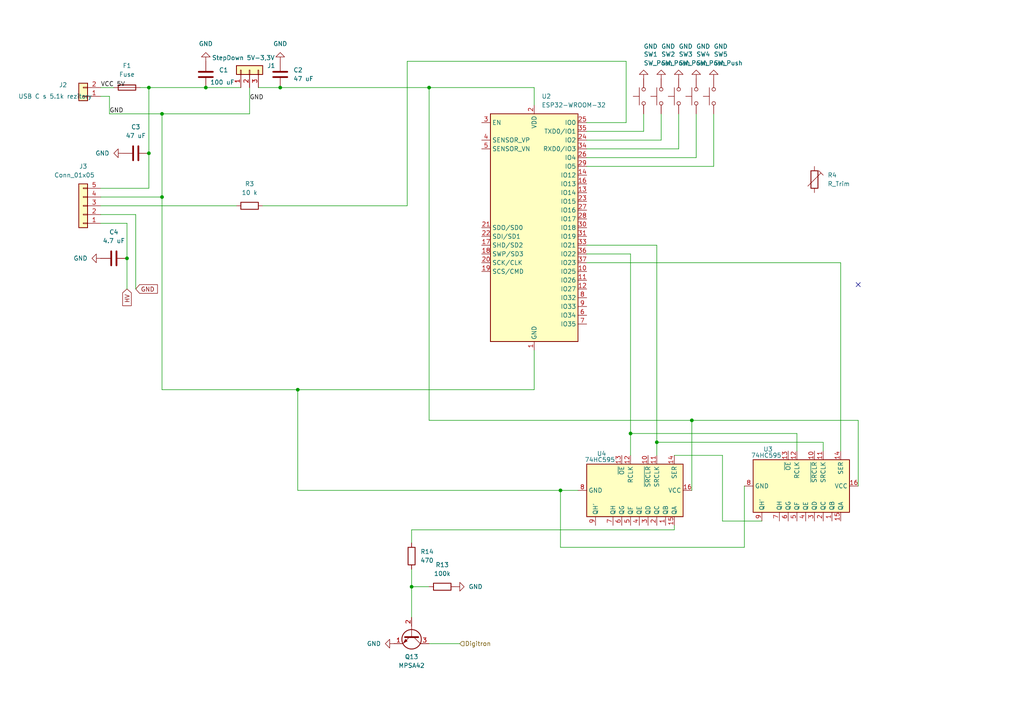
<source format=kicad_sch>
(kicad_sch (version 20250114) (generator "eeschema") (generator_version "9.0")
  (paper "A4")
  (lib_symbols
    (symbol "74xx:74HC595"
      (property "Reference" "U" (at -7.62 13.97 0))
      (property "Value" "74HC595" (at -7.62 -16.51 0))
      (symbol "74HC595_1_0"
        (pin input line (at -10.16 10.16 0) (length 2.54) (name "SER") (number "14"))
        (pin input line (at -10.16 5.08 0) (length 2.54) (name "SRCLK") (number "11"))
        (pin input line (at -10.16 2.54 0) (length 2.54) (name "~{SRCLR}") (number "10"))
        (pin input line (at -10.16 -2.54 0) (length 2.54) (name "RCLK") (number "12"))
        (pin input line (at -10.16 -5.08 0) (length 2.54) (name "~{OE}") (number "13"))
        (pin power_in line (at 0 15.24 270) (length 2.54) (name "VCC") (number "16"))
        (pin power_in line (at 0 -17.78 90) (length 2.54) (name "GND") (number "8"))
        (pin tri_state line (at 10.16 10.16 180) (length 2.54) (name "QA") (number "15"))
        (pin tri_state line (at 10.16 7.62 180) (length 2.54) (name "QB") (number "1"))
        (pin tri_state line (at 10.16 5.08 180) (length 2.54) (name "QC") (number "2"))
        (pin tri_state line (at 10.16 2.54 180) (length 2.54) (name "QD") (number "3"))
        (pin tri_state line (at 10.16 0 180) (length 2.54) (name "QE") (number "4"))
        (pin tri_state line (at 10.16 -2.54 180) (length 2.54) (name "QF") (number "5"))
        (pin tri_state line (at 10.16 -5.08 180) (length 2.54) (name "QG") (number "6"))
        (pin tri_state line (at 10.16 -7.62 180) (length 2.54) (name "QH") (number "7"))
        (pin output line (at 10.16 -12.7 180) (length 2.54) (name "QH'") (number "9"))
      )
      (symbol "74HC595_1_1"
        (rectangle (start -7.62 12.7) (end 7.62 -15.24) (stroke (width 0.254)) (fill (type background)))
      )
    )
    (symbol "Connector_Generic:Conn_01x02" (pin_names (offset 1.016) (hide yes))
      (property "Reference" "J" (at 0 2.54 0))
      (property "Value" "Conn_01x02" (at 0 -5.08 0))
      (symbol "Conn_01x02_1_1"
        (rectangle (start -1.27 1.27) (end 1.27 -3.81) (stroke (width 0.254)) (fill (type background)))
        (rectangle (start -1.27 0.127) (end 0 -0.127) (stroke (width 0.1524)))
        (rectangle (start -1.27 -2.413) (end 0 -2.667) (stroke (width 0.1524)))
        (pin passive line (at -5.08 0 0) (length 3.81) (name "Pin_1") (number "1"))
        (pin passive line (at -5.08 -2.54 0) (length 3.81) (name "Pin_2") (number "2"))
      )
    )
    (symbol "Connector_Generic:Conn_01x03" (pin_names (offset 1.016) (hide yes))
      (property "Reference" "J" (at 0 5.08 0))
      (property "Value" "Conn_01x03" (at 0 -5.08 0))
      (symbol "Conn_01x03_1_1"
        (rectangle (start -1.27 3.81) (end 1.27 -3.81) (stroke (width 0.254)) (fill (type background)))
        (rectangle (start -1.27 2.667) (end 0 2.413) (stroke (width 0.1524)))
        (rectangle (start -1.27 0.127) (end 0 -0.127) (stroke (width 0.1524)))
        (rectangle (start -1.27 -2.413) (end 0 -2.667) (stroke (width 0.1524)))
        (pin passive line (at -5.08 2.54 0) (length 3.81) (name "Pin_1") (number "1"))
        (pin passive line (at -5.08 0 0) (length 3.81) (name "Pin_2") (number "2"))
        (pin passive line (at -5.08 -2.54 0) (length 3.81) (name "Pin_3") (number "3"))
      )
    )
    (symbol "Connector_Generic:Conn_01x05" (pin_names (offset 1.016) (hide yes))
      (property "Reference" "J" (at 0 7.62 0))
      (property "Value" "Conn_01x05" (at 0 -7.62 0))
      (symbol "Conn_01x05_1_1"
        (rectangle (start -1.27 6.35) (end 1.27 -6.35) (stroke (width 0.254)) (fill (type background)))
        (rectangle (start -1.27 5.207) (end 0 4.953) (stroke (width 0.1524)))
        (rectangle (start -1.27 2.667) (end 0 2.413) (stroke (width 0.1524)))
        (rectangle (start -1.27 0.127) (end 0 -0.127) (stroke (width 0.1524)))
        (rectangle (start -1.27 -2.413) (end 0 -2.667) (stroke (width 0.1524)))
        (rectangle (start -1.27 -4.953) (end 0 -5.207) (stroke (width 0.1524)))
        (pin passive line (at -5.08 5.08 0) (length 3.81) (name "Pin_1") (number "1"))
        (pin passive line (at -5.08 2.54 0) (length 3.81) (name "Pin_2") (number "2"))
        (pin passive line (at -5.08 0 0) (length 3.81) (name "Pin_3") (number "3"))
        (pin passive line (at -5.08 -2.54 0) (length 3.81) (name "Pin_4") (number "4"))
        (pin passive line (at -5.08 -5.08 0) (length 3.81) (name "Pin_5") (number "5"))
      )
    )
    (symbol "Device:C" (pin_numbers (hide yes)) (pin_names (offset 0.254))
      (property "Reference" "C" (at 0.635 2.54 0))
      (property "Value" "C" (at 0.635 -2.54 0))
      (symbol "C_0_1"
        (polyline (pts (xy -2.032 0.762) (xy 2.032 0.762)) (stroke (width 0.508)))
        (polyline (pts (xy -2.032 -0.762) (xy 2.032 -0.762)) (stroke (width 0.508)))
      )
      (symbol "C_1_1"
        (pin passive line (at 0 3.81 270) (length 2.794) (name "~") (number "1"))
        (pin passive line (at 0 -3.81 90) (length 2.794) (name "~") (number "2"))
      )
    )
    (symbol "Device:Fuse" (pin_numbers (hide yes)) (pin_names (offset 0))
      (property "Reference" "F" (at 2.032 0 90))
      (property "Value" "Fuse" (at -1.905 0 90))
      (symbol "Fuse_0_1"
        (rectangle (start -0.762 -2.54) (end 0.762 2.54) (stroke (width 0.254)))
        (polyline (pts (xy 0 2.54) (xy 0 -2.54)))
      )
      (symbol "Fuse_1_1"
        (pin passive line (at 0 3.81 270) (length 1.27) (name "~") (number "1"))
        (pin passive line (at 0 -3.81 90) (length 1.27) (name "~") (number "2"))
      )
    )
    (symbol "Device:R" (pin_numbers (hide yes)) (pin_names (offset 0))
      (property "Reference" "R" (at 2.032 0 90))
      (property "Value" "R" (at 0 0 90))
      (symbol "R_0_1"
        (rectangle (start -1.016 -2.54) (end 1.016 2.54) (stroke (width 0.254)))
      )
      (symbol "R_1_1"
        (pin passive line (at 0 3.81 270) (length 1.27) (name "~") (number "1"))
        (pin passive line (at 0 -3.81 90) (length 1.27) (name "~") (number "2"))
      )
    )
    (symbol "Device:R_Trim" (pin_numbers (hide yes)) (pin_names (offset 0))
      (property "Reference" "R" (at 2.54 -2.54 90))
      (property "Value" "R_Trim" (at -2.54 -0.635 90))
      (symbol "R_Trim_0_1"
        (polyline (pts (xy -1.905 -1.905) (xy 1.905 1.905) (xy 2.54 1.27) (xy 1.27 2.54)))
        (rectangle (start -1.016 -2.54) (end 1.016 2.54) (stroke (width 0.254)))
      )
      (symbol "R_Trim_1_1"
        (pin passive line (at 0 3.81 270) (length 1.27) (name "~") (number "1"))
        (pin passive line (at 0 -3.81 90) (length 1.27) (name "~") (number "2"))
      )
    )
    (symbol "RF_Module:ESP32-WROOM-32"
      (property "Reference" "U" (at -12.7 34.29 0))
      (property "Value" "ESP32-WROOM-32" (at 1.27 34.29 0))
      (symbol "ESP32-WROOM-32_0_1"
        (rectangle (start -12.7 33.02) (end 12.7 -33.02) (stroke (width 0.254)) (fill (type background)))
      )
      (symbol "ESP32-WROOM-32_1_1"
        (pin input line (at -15.24 30.48 0) (length 2.54) (name "EN") (number "3"))
        (pin input line (at -15.24 25.4 0) (length 2.54) (name "SENSOR_VP") (number "4"))
        (pin input line (at -15.24 22.86 0) (length 2.54) (name "SENSOR_VN") (number "5"))
        (pin bidirectional line (at -15.24 0 0) (length 2.54) (name "SDO/SD0") (number "21"))
        (pin bidirectional line (at -15.24 -2.54 0) (length 2.54) (name "SDI/SD1") (number "22"))
        (pin bidirectional line (at -15.24 -5.08 0) (length 2.54) (name "SHD/SD2") (number "17"))
        (pin bidirectional line (at -15.24 -7.62 0) (length 2.54) (name "SWP/SD3") (number "18"))
        (pin bidirectional line (at -15.24 -10.16 0) (length 2.54) (name "SCK/CLK") (number "20"))
        (pin bidirectional line (at -15.24 -12.7 0) (length 2.54) (name "SCS/CMD") (number "19"))
        (pin no_connect line (at -12.7 -27.94 0) (length 2.54) (hide yes) (name "NC") (number "32"))
        (pin power_in line (at 0 35.56 270) (length 2.54) (name "VDD") (number "2"))
        (pin power_in line (at 0 -35.56 90) (length 2.54) (name "GND") (number "1"))
        (pin passive line (at 0 -35.56 90) (length 2.54) (hide yes) (name "GND") (number "15"))
        (pin passive line (at 0 -35.56 90) (length 2.54) (hide yes) (name "GND") (number "38"))
        (pin passive line (at 0 -35.56 90) (length 2.54) (hide yes) (name "GND") (number "39"))
        (pin bidirectional line (at 15.24 30.48 180) (length 2.54) (name "IO0") (number "25"))
        (pin bidirectional line (at 15.24 27.94 180) (length 2.54) (name "TXD0/IO1") (number "35"))
        (pin bidirectional line (at 15.24 25.4 180) (length 2.54) (name "IO2") (number "24"))
        (pin bidirectional line (at 15.24 22.86 180) (length 2.54) (name "RXD0/IO3") (number "34"))
        (pin bidirectional line (at 15.24 20.32 180) (length 2.54) (name "IO4") (number "26"))
        (pin bidirectional line (at 15.24 17.78 180) (length 2.54) (name "IO5") (number "29"))
        (pin bidirectional line (at 15.24 15.24 180) (length 2.54) (name "IO12") (number "14"))
        (pin bidirectional line (at 15.24 12.7 180) (length 2.54) (name "IO13") (number "16"))
        (pin bidirectional line (at 15.24 10.16 180) (length 2.54) (name "IO14") (number "13"))
        (pin bidirectional line (at 15.24 7.62 180) (length 2.54) (name "IO15") (number "23"))
        (pin bidirectional line (at 15.24 5.08 180) (length 2.54) (name "IO16") (number "27"))
        (pin bidirectional line (at 15.24 2.54 180) (length 2.54) (name "IO17") (number "28"))
        (pin bidirectional line (at 15.24 0 180) (length 2.54) (name "IO18") (number "30"))
        (pin bidirectional line (at 15.24 -2.54 180) (length 2.54) (name "IO19") (number "31"))
        (pin bidirectional line (at 15.24 -5.08 180) (length 2.54) (name "IO21") (number "33"))
        (pin bidirectional line (at 15.24 -7.62 180) (length 2.54) (name "IO22") (number "36"))
        (pin bidirectional line (at 15.24 -10.16 180) (length 2.54) (name "IO23") (number "37"))
        (pin bidirectional line (at 15.24 -12.7 180) (length 2.54) (name "IO25") (number "10"))
        (pin bidirectional line (at 15.24 -15.24 180) (length 2.54) (name "IO26") (number "11"))
        (pin bidirectional line (at 15.24 -17.78 180) (length 2.54) (name "IO27") (number "12"))
        (pin bidirectional line (at 15.24 -20.32 180) (length 2.54) (name "IO32") (number "8"))
        (pin bidirectional line (at 15.24 -22.86 180) (length 2.54) (name "IO33") (number "9"))
        (pin input line (at 15.24 -25.4 180) (length 2.54) (name "IO34") (number "6"))
        (pin input line (at 15.24 -27.94 180) (length 2.54) (name "IO35") (number "7"))
      )
    )
    (symbol "Switch:SW_Push" (pin_numbers (hide yes)) (pin_names (offset 1.016) (hide yes))
      (property "Reference" "SW" (at 1.27 2.54 0))
      (property "Value" "SW_Push" (at 0 -1.524 0))
      (symbol "SW_Push_0_1"
        (circle (center -2.032 0) (radius 0.508))
        (polyline (pts (xy 0 1.27) (xy 0 3.048)))
        (circle (center 2.032 0) (radius 0.508))
        (polyline (pts (xy 2.54 1.27) (xy -2.54 1.27)))
        (pin passive line (at -5.08 0 0) (length 2.54) (name "1") (number "1"))
        (pin passive line (at 5.08 0 180) (length 2.54) (name "2") (number "2"))
      )
    )
    (symbol "Transistor_BJT:MPSA42" (pin_names (offset 0) (hide yes))
      (property "Reference" "Q" (at 5.08 1.905 0))
      (property "Value" "MPSA42" (at 5.08 0 0))
      (symbol "MPSA42_0_1"
        (polyline (pts (xy -2.54 0) (xy 0.635 0)))
        (polyline (pts (xy 0.635 1.905) (xy 0.635 -1.905)) (stroke (width 0.508)))
        (circle (center 1.27 0) (radius 2.8194) (stroke (width 0.254)))
      )
      (symbol "MPSA42_1_1"
        (polyline (pts (xy 0.635 0.635) (xy 2.54 2.54)))
        (polyline (pts (xy 0.635 -0.635) (xy 2.54 -2.54)))
        (polyline (pts (xy 1.27 -1.778) (xy 1.778 -1.27) (xy 2.286 -2.286) (xy 1.27 -1.778)) (fill (type outline)))
        (pin input line (at -5.08 0 0) (length 2.54) (name "B") (number "2"))
        (pin passive line (at 2.54 5.08 270) (length 2.54) (name "C") (number "3"))
        (pin passive line (at 2.54 -5.08 90) (length 2.54) (name "E") (number "1"))
      )
    )
    (symbol "power:GND" (power) (pin_numbers (hide yes)) (pin_names (offset 0) (hide yes))
      (property "Value" "GND" (at 0 -3.81 0))
      (symbol "GND_0_1"
        (polyline (pts (xy 0 0) (xy 0 -1.27) (xy 1.27 -1.27) (xy 0 -2.54) (xy -1.27 -1.27) (xy 0 -1.27)))
      )
      (symbol "GND_1_1"
        (pin power_in line (at 0 0 270) (length 0) (name "~") (number "1"))
      )
    )
  )
  (junction (at 182.88 125.73))
  (junction (at -288.29 100.33))
  (junction (at 43.18 25.4))
  (junction (at 81.28 25.4))
  (junction (at 119.38 170.18))
  (junction (at 59.69 25.4))
  (junction (at 190.5 128.27))
  (junction (at 124.46 25.4))
  (junction (at 86.36 113.03))
  (junction (at 162.56 142.24))
  (junction (at 43.18 44.45))
  (junction (at 46.99 57.15))
  (junction (at 36.83 74.93))
  (junction (at 46.99 33.02))
  (junction (at 200.66 121.92))
  (no_connect (at 248.92 82.55))
  (no_connect (at -800.1 -491.49))
  (no_connect (at -1386.84 -1120.14))
  (wire (pts (xy 43.18 25.4) (xy 43.18 44.45)))
  (wire (pts (xy 162.56 142.24) (xy 86.36 142.24)))
  (wire (pts (xy 86.36 142.24) (xy 86.36 113.03)))
  (wire (pts (xy 154.94 113.03) (xy 154.94 101.6)))
  (wire (pts (xy 238.76 130.81) (xy 238.76 128.27)))
  (wire (pts (xy 59.69 25.4) (xy 69.85 25.4)))
  (wire (pts (xy 191.77 40.64) (xy 191.77 33.02)))
  (wire (pts (xy 209.55 151.13) (xy 209.55 132.08)))
  (wire (pts (xy 190.5 71.12) (xy 190.5 128.27)))
  (wire (pts (xy 36.83 74.93) (xy 36.83 83.82)))
  (wire (pts (xy 46.99 57.15) (xy 46.99 113.03)))
  (wire (pts (xy 43.18 54.61) (xy 29.21 54.61)))
  (wire (pts (xy 124.46 186.69) (xy 133.35 186.69)))
  (wire (pts (xy 46.99 33.02) (xy 46.99 57.15)))
  (wire (pts (xy 201.93 45.72) (xy 201.93 33.02)))
  (wire (pts (xy 40.64 25.4) (xy 43.18 25.4)))
  (wire (pts (xy 207.01 48.26) (xy 207.01 33.02)))
  (wire (pts (xy 215.9 140.97) (xy 215.9 158.75)))
  (wire (pts (xy 29.21 62.23) (xy 39.37 62.23)))
  (wire (pts (xy -288.29 78.74) (xy -288.29 87.63)))
  (wire (pts (xy 119.38 170.18) (xy 119.38 179.07)))
  (wire (pts (xy 167.64 142.24) (xy 162.56 142.24)))
  (wire (pts (xy 124.46 25.4) (xy 124.46 121.92)))
  (wire (pts (xy 29.21 57.15) (xy 46.99 57.15)))
  (wire (pts (xy 181.61 17.78) (xy 181.61 35.56)))
  (wire (pts (xy 29.21 64.77) (xy 36.83 64.77)))
  (wire (pts (xy 170.18 71.12) (xy 190.5 71.12)))
  (wire (pts (xy 118.11 17.78) (xy 181.61 17.78)))
  (wire (pts (xy 36.83 64.77) (xy 36.83 74.93)))
  (wire (pts (xy 81.28 25.4) (xy 124.46 25.4)))
  (wire (pts (xy 243.84 76.2) (xy 243.84 130.81)))
  (wire (pts (xy 181.61 35.56) (xy 170.18 35.56)))
  (wire (pts (xy 31.75 33.02) (xy 31.75 27.94)))
  (wire (pts (xy 220.98 151.13) (xy 209.55 151.13)))
  (wire (pts (xy 39.37 62.23) (xy 39.37 83.82)))
  (wire (pts (xy 170.18 76.2) (xy 243.84 76.2)))
  (wire (pts (xy 46.99 113.03) (xy 86.36 113.03)))
  (wire (pts (xy 119.38 153.67) (xy 119.38 157.48)))
  (wire (pts (xy 154.94 30.48) (xy 154.94 25.4)))
  (wire (pts (xy 231.14 125.73) (xy 182.88 125.73)))
  (wire (pts (xy 200.66 121.92) (xy 124.46 121.92)))
  (wire (pts (xy 182.88 73.66) (xy 182.88 125.73)))
  (wire (pts (xy 29.21 25.4) (xy 33.02 25.4)))
  (wire (pts (xy 195.58 152.4) (xy 195.58 153.67)))
  (wire (pts (xy 43.18 25.4) (xy 59.69 25.4)))
  (wire (pts (xy 248.92 140.97) (xy 248.92 121.92)))
  (wire (pts (xy 31.75 33.02) (xy 46.99 33.02)))
  (wire (pts (xy 119.38 165.1) (xy 119.38 170.18)))
  (wire (pts (xy 170.18 43.18) (xy 196.85 43.18)))
  (wire (pts (xy 162.56 158.75) (xy 162.56 142.24)))
  (wire (pts (xy 170.18 40.64) (xy 191.77 40.64)))
  (wire (pts (xy 231.14 130.81) (xy 231.14 125.73)))
  (wire (pts (xy -288.29 100.33) (xy -283.21 100.33)))
  (wire (pts (xy 182.88 125.73) (xy 182.88 132.08)))
  (wire (pts (xy 195.58 153.67) (xy 119.38 153.67)))
  (wire (pts (xy 119.38 170.18) (xy 124.46 170.18)))
  (wire (pts (xy 196.85 43.18) (xy 196.85 33.02)))
  (wire (pts (xy 31.75 27.94) (xy 29.21 27.94)))
  (wire (pts (xy 238.76 128.27) (xy 190.5 128.27)))
  (wire (pts (xy 209.55 132.08) (xy 195.58 132.08)))
  (wire (pts (xy 43.18 44.45) (xy 43.18 54.61)))
  (wire (pts (xy 74.93 25.4) (xy 81.28 25.4)))
  (wire (pts (xy -288.29 95.25) (xy -288.29 100.33)))
  (wire (pts (xy 215.9 158.75) (xy 162.56 158.75)))
  (wire (pts (xy 170.18 45.72) (xy 201.93 45.72)))
  (wire (pts (xy 72.39 25.4) (xy 72.39 33.02)))
  (wire (pts (xy 248.92 121.92) (xy 200.66 121.92)))
  (wire (pts (xy 154.94 113.03) (xy 86.36 113.03)))
  (wire (pts (xy 76.2 59.69) (xy 118.11 59.69)))
  (wire (pts (xy 29.21 59.69) (xy 68.58 59.69)))
  (wire (pts (xy 190.5 128.27) (xy 190.5 132.08)))
  (wire (pts (xy 186.69 38.1) (xy 186.69 33.02)))
  (wire (pts (xy 170.18 48.26) (xy 207.01 48.26)))
  (wire (pts (xy -288.29 100.33) (xy -288.29 109.22)))
  (wire (pts (xy 72.39 33.02) (xy 46.99 33.02)))
  (wire (pts (xy 170.18 38.1) (xy 186.69 38.1)))
  (wire (pts (xy -283.21 116.84) (xy -274.32 116.84)))
  (wire (pts (xy 200.66 121.92) (xy 200.66 142.24)))
  (wire (pts (xy 118.11 59.69) (xy 118.11 17.78)))
  (wire (pts (xy 170.18 73.66) (xy 182.88 73.66)))
  (wire (pts (xy 154.94 25.4) (xy 124.46 25.4)))
  (label "GND" (at 31.75 33.02 0))
  (label "VCC 5V" (at 29.21 25.4 0))
  (label "GND" (at 72.39 29.21 0))
  (global_label "GND" (shape input) (at 39.37 83.82 0) (property "Intersheetrefs" "${INTERSHEET_REFS}" (effects (hide yes))))
  (global_label "HV" (shape input) (at 36.83 83.82 270) (property "Intersheetrefs" "${INTERSHEET_REFS}" (effects (hide yes))))
  (hierarchical_label "Digitron" (shape input) (at 133.35 186.69 0))
  (symbol (lib_id "power:GND") (at 59.69 17.78 180) (unit 1)
    (property "Reference" "#PWR06" (effects (hide yes)))
    (property "Value" "GND" (at 59.69 12.7 0))
    (property "Description" "Power symbol creates a global label with name \"GND\" , ground" (effects (hide yes)))
  )
  (symbol (lib_id "Device:C") (at 39.37 44.45 90) (unit 1)
    (property "Reference" "C3" (at 39.37 36.83 90))
    (property "Value" "47 uF" (at 39.37 39.37 90))
    (property "Description" "Unpolarized capacitor" (effects (hide yes)))
  )
  (symbol (lib_id "power:GND") (at -293.37 116.84 270) (unit 1)
    (property "Reference" "#PWR01" (effects (hide yes)))
    (property "Value" "GND" (at -297.18 116.8399 90) (effects (justify right)))
    (property "Description" "Power symbol creates a global label with name \"GND\" , ground" (effects (hide yes)))
  )
  (symbol (lib_id "Switch:SW_Push") (at 186.69 27.94 90) (unit 1)
    (property "Reference" "SW1" (at 186.69 15.748 90) (effects (justify right)))
    (property "Value" "SW_Push" (at 186.69 18.288 90) (effects (justify right)))
    (property "Description" "Push button switch, generic, two pins" (effects (hide yes)))
  )
  (symbol (lib_id "Switch:SW_Push") (at 191.77 27.94 90) (unit 1)
    (property "Reference" "SW2" (at 191.77 15.748 90) (effects (justify right)))
    (property "Value" "SW_Push" (at 191.77 18.288 90) (effects (justify right)))
    (property "Description" "Push button switch, generic, two pins" (effects (hide yes)))
  )
  (symbol (lib_id "Device:R") (at 128.27 170.18 90) (unit 1)
    (property "Reference" "R13" (at 128.27 163.83 90))
    (property "Value" "100k" (at 128.27 166.37 90))
    (property "Description" "Resistor" (effects (hide yes)))
  )
  (symbol (lib_id "Connector_Generic:Conn_01x03") (at 72.39 20.32 90) (unit 1)
    (property "Reference" "J1" (at 77.47 19.0499 90) (effects (justify right)))
    (property "Value" "StepDown 5V-3,3V" (at 61.468 16.764 90) (effects (justify right)))
    (property "Description" "Generic connector, single row, 01x03, script generated (kicad-library-utils/schlib/autogen/connector/)" (effects (hide yes)))
  )
  (symbol (lib_id "Device:R") (at -279.4 100.33 90) (unit 1)
    (property "Reference" "R2" (at -279.4 93.98 90))
    (property "Value" "100k" (at -279.4 96.52 90))
    (property "Description" "Resistor" (effects (hide yes)))
  )
  (symbol (lib_id "Transistor_BJT:MPSA42") (at -288.29 114.3 270) (unit 1)
    (property "Reference" "Q1" (at -288.29 120.65 90))
    (property "Value" "MPSA42" (at -288.29 123.19 90))
    (property "Footprint" "Package_TO_SOT_THT:TO-92_Inline" (effects (hide yes)))
    (property "Datasheet" "http://www.onsemi.com/pub_link/Collateral/MPSA42-D.PDF" (effects (hide yes)))
    (property "Description" "0.5A Ic, 300V Vce, NPN High Voltage Transistor, TO-92" (effects (hide yes)))
  )
  (symbol (lib_id "power:GND") (at 196.85 22.86 180) (unit 1)
    (property "Reference" "#PWR011" (effects (hide yes)))
    (property "Value" "GND" (at 198.882 13.462 0))
    (property "Description" "Power symbol creates a global label with name \"GND\" , ground" (effects (hide yes)))
  )
  (symbol (lib_id "74xx:74HC595") (at 233.68 140.97 270) (unit 1)
    (property "Reference" "U3" (at 222.758 130.302 90))
    (property "Value" "74HC595" (at 222.25 132.08 90))
    (property "Datasheet" "http://www.ti.com/lit/ds/symlink/sn74hc595.pdf" (effects (hide yes)))
    (property "Description" "8-bit serial in/out Shift Register 3-State Outputs" (effects (hide yes)))
  )
  (symbol (lib_id "Device:C") (at 59.69 21.59 0) (unit 1)
    (property "Reference" "C1" (at 63.5 20.3199 0) (effects (justify left)))
    (property "Value" "100 uF" (at 60.96 23.876 0) (effects (justify left)))
    (property "Description" "Unpolarized capacitor" (effects (hide yes)))
  )
  (symbol (lib_id "power:GND") (at 114.3 186.69 270) (unit 1)
    (property "Reference" "#PWR04" (effects (hide yes)))
    (property "Value" "GND" (at 110.49 186.6899 90) (effects (justify right)))
    (property "Description" "Power symbol creates a global label with name \"GND\" , ground" (effects (hide yes)))
  )
  (symbol (lib_id "Device:R") (at 119.38 161.29 0) (unit 1)
    (property "Reference" "R14" (at 121.92 160.0199 0) (effects (justify left)))
    (property "Value" "470" (at 121.92 162.5599 0) (effects (justify left)))
    (property "Description" "Resistor" (effects (hide yes)))
  )
  (symbol (lib_id "Device:Fuse") (at 36.83 25.4 90) (unit 1)
    (property "Reference" "F1" (at 36.83 19.05 90))
    (property "Value" "Fuse" (at 36.83 21.59 90))
    (property "Description" "Fuse" (effects (hide yes)))
  )
  (symbol (lib_id "Connector_Generic:Conn_01x05") (at 24.13 59.69 180) (unit 1)
    (property "Reference" "J3" (at 24.13 48.26 0))
    (property "Value" "Conn_01x05" (at 21.59 50.8 0))
    (property "Description" "Generic connector, single row, 01x05, script generated (kicad-library-utils/schlib/autogen/connector/)" (effects (hide yes)))
  )
  (symbol (lib_id "Device:R") (at -288.29 91.44 0) (unit 1)
    (property "Reference" "R1" (at -285.75 90.1699 0) (effects (justify left)))
    (property "Value" "470" (at -285.75 92.7099 0) (effects (justify left)))
    (property "Description" "Resistor" (effects (hide yes)))
  )
  (symbol (lib_id "Device:C") (at 33.02 74.93 90) (unit 1)
    (property "Reference" "C4" (at 33.02 67.31 90))
    (property "Value" "4.7 uF" (at 33.02 69.85 90))
    (property "Description" "Unpolarized capacitor" (effects (hide yes)))
  )
  (symbol (lib_id "power:GND") (at 186.69 22.86 180) (unit 1)
    (property "Reference" "#PWR09" (effects (hide yes)))
    (property "Value" "GND" (at 188.722 13.462 0))
    (property "Description" "Power symbol creates a global label with name \"GND\" , ground" (effects (hide yes)))
  )
  (symbol (lib_id "Transistor_BJT:MPSA42") (at 119.38 184.15 270) (unit 1)
    (property "Reference" "Q13" (at 119.38 190.5 90))
    (property "Value" "MPSA42" (at 119.38 193.04 90))
    (property "Footprint" "Package_TO_SOT_THT:TO-92_Inline" (effects (hide yes)))
    (property "Datasheet" "http://www.onsemi.com/pub_link/Collateral/MPSA42-D.PDF" (effects (hide yes)))
    (property "Description" "0.5A Ic, 300V Vce, NPN High Voltage Transistor, TO-92" (effects (hide yes)))
  )
  (symbol (lib_id "74xx:74HC595") (at 185.42 142.24 270) (unit 1)
    (property "Reference" "U4" (at 174.498 131.572 90))
    (property "Value" "74HC595" (at 173.99 133.35 90))
    (property "Datasheet" "http://www.ti.com/lit/ds/symlink/sn74hc595.pdf" (effects (hide yes)))
    (property "Description" "8-bit serial in/out Shift Register 3-State Outputs" (effects (hide yes)))
  )
  (symbol (lib_id "Device:R_Trim") (at 236.22 52.07 0) (unit 1)
    (property "Reference" "R4" (at 240.03 50.7999 0) (effects (justify left)))
    (property "Value" "R_Trim" (at 240.03 53.3399 0) (effects (justify left)))
    (property "Description" "Trimmable resistor (preset resistor)" (effects (hide yes)))
  )
  (symbol (lib_id "Device:C") (at 81.28 21.59 0) (unit 1)
    (property "Reference" "C2" (at 85.09 20.3199 0) (effects (justify left)))
    (property "Value" "47 uF" (at 85.09 22.8599 0) (effects (justify left)))
    (property "Description" "Unpolarized capacitor" (effects (hide yes)))
  )
  (symbol (lib_id "power:GND") (at 81.28 17.78 180) (unit 1)
    (property "Reference" "#PWR05" (effects (hide yes)))
    (property "Value" "GND" (at 81.28 12.7 0))
    (property "Description" "Power symbol creates a global label with name \"GND\" , ground" (effects (hide yes)))
  )
  (symbol (lib_id "power:GND") (at 201.93 22.86 180) (unit 1)
    (property "Reference" "#PWR012" (effects (hide yes)))
    (property "Value" "GND" (at 203.962 13.462 0))
    (property "Description" "Power symbol creates a global label with name \"GND\" , ground" (effects (hide yes)))
  )
  (symbol (lib_id "power:GND") (at 191.77 22.86 180) (unit 1)
    (property "Reference" "#PWR010" (effects (hide yes)))
    (property "Value" "GND" (at 193.802 13.462 0))
    (property "Description" "Power symbol creates a global label with name \"GND\" , ground" (effects (hide yes)))
  )
  (symbol (lib_id "RF_Module:ESP32-WROOM-32") (at 154.94 66.04 0) (unit 1)
    (property "Reference" "U2" (at 157.0833 27.94 0) (effects (justify left)))
    (property "Value" "ESP32-WROOM-32" (at 157.0833 30.48 0) (effects (justify left)))
    (property "Footprint" "RF_Module:ESP32-WROOM-32" (effects (hide yes)))
    (property "Datasheet" "https://www.espressif.com/sites/default/files/documentation/esp32-wroom-32_datasheet_en.pdf" (effects (hide yes)))
    (property "Description" "RF Module, ESP32-D0WDQ6 SoC, Wi-Fi 802.11b/g/n, Bluetooth, BLE, 32-bit, 2.7-3.6V, onboard antenna, SMD" (effects (hide yes)))
  )
  (symbol (lib_id "power:GND") (at 207.01 22.86 180) (unit 1)
    (property "Reference" "#PWR013" (effects (hide yes)))
    (property "Value" "GND" (at 209.042 13.462 0))
    (property "Description" "Power symbol creates a global label with name \"GND\" , ground" (effects (hide yes)))
  )
  (symbol (lib_id "Connector_Generic:Conn_01x02") (at 24.13 27.94 180) (unit 1)
    (property "Reference" "J2" (at 18.288 24.638 0))
    (property "Value" "USB C s 5.1k rezitory" (at 16.002 27.94 0))
    (property "Description" "Generic connector, single row, 01x02, script generated (kicad-library-utils/schlib/autogen/connector/)" (effects (hide yes)))
  )
  (symbol (lib_id "Device:R") (at 72.39 59.69 90) (unit 1)
    (property "Reference" "R3" (at 72.39 53.34 90))
    (property "Value" "10 k" (at 72.39 55.88 90))
    (property "Description" "Resistor" (effects (hide yes)))
  )
  (symbol (lib_id "74xx:74HC595") (at -298.45 68.58 270) (unit 1)
    (property "Reference" "U1" (at -279.4 62.1598 90))
    (property "Value" "74HC595" (at -279.4 64.6998 90))
    (property "Datasheet" "http://www.ti.com/lit/ds/symlink/sn74hc595.pdf" (effects (hide yes)))
    (property "Description" "8-bit serial in/out Shift Register 3-State Outputs" (effects (hide yes)))
  )
  (symbol (lib_id "power:GND") (at 132.08 170.18 90) (unit 1)
    (property "Reference" "#PWR03" (effects (hide yes)))
    (property "Value" "GND" (at 135.89 170.1799 90) (effects (justify right)))
    (property "Description" "Power symbol creates a global label with name \"GND\" , ground" (effects (hide yes)))
  )
  (symbol (lib_id "Switch:SW_Push") (at 201.93 27.94 90) (unit 1)
    (property "Reference" "SW4" (at 201.93 15.748 90) (effects (justify right)))
    (property "Value" "SW_Push" (at 201.93 18.288 90) (effects (justify right)))
    (property "Description" "Push button switch, generic, two pins" (effects (hide yes)))
  )
  (symbol (lib_id "Switch:SW_Push") (at 207.01 27.94 90) (unit 1)
    (property "Reference" "SW5" (at 207.01 15.748 90) (effects (justify right)))
    (property "Value" "SW_Push" (at 207.01 18.288 90) (effects (justify right)))
    (property "Description" "Push button switch, generic, two pins" (effects (hide yes)))
  )
  (symbol (lib_id "power:GND") (at 29.21 74.93 270) (unit 1)
    (property "Reference" "#PWR07" (effects (hide yes)))
    (property "Value" "GND" (at 25.4 74.9299 90) (effects (justify right)))
    (property "Description" "Power symbol creates a global label with name \"GND\" , ground" (effects (hide yes)))
  )
  (symbol (lib_id "Switch:SW_Push") (at 196.85 27.94 90) (unit 1)
    (property "Reference" "SW3" (at 196.85 15.748 90) (effects (justify right)))
    (property "Value" "SW_Push" (at 196.85 18.288 90) (effects (justify right)))
    (property "Description" "Push button switch, generic, two pins" (effects (hide yes)))
  )
  (symbol (lib_id "power:GND") (at -275.59 100.33 90) (unit 1)
    (property "Reference" "#PWR02" (effects (hide yes)))
    (property "Value" "GND" (at -271.78 100.3299 90) (effects (justify right)))
    (property "Description" "Power symbol creates a global label with name \"GND\" , ground" (effects (hide yes)))
  )
  (symbol (lib_id "power:GND") (at 35.56 44.45 270) (unit 1)
    (property "Reference" "#PWR08" (effects (hide yes)))
    (property "Value" "GND" (at 31.75 44.4499 90) (effects (justify right)))
    (property "Description" "Power symbol creates a global label with name \"GND\" , ground" (effects (hide yes)))
  )
)
</source>
